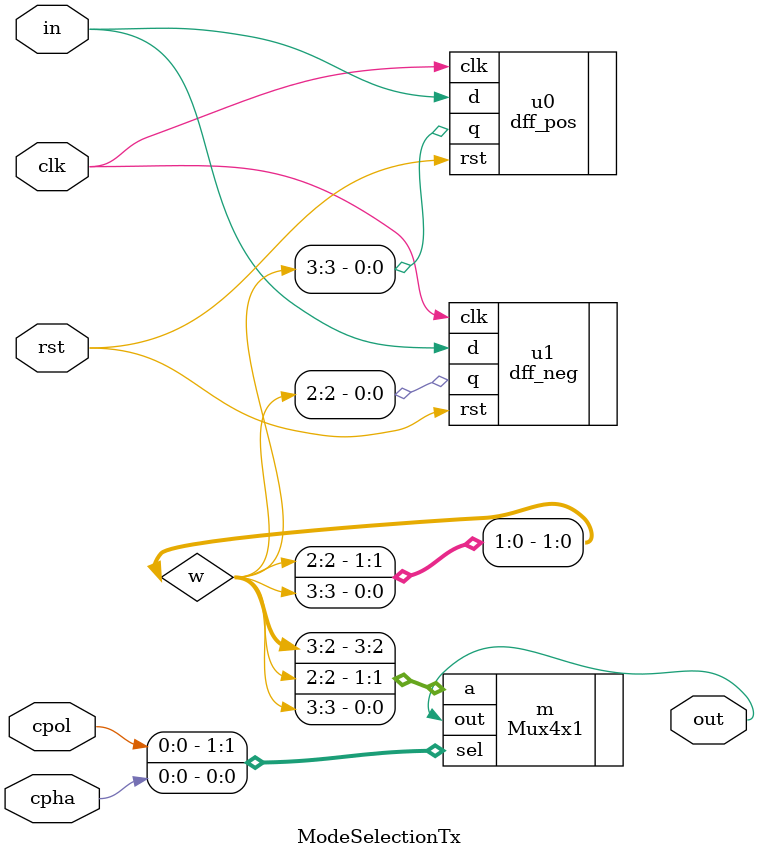
<source format=v>
module ModeSelectionTx(in,clk,rst,cpol,cpha,out);
	input in,clk,rst,cpol,cpha;
	output out;
	
	wire [3:0]w;

//Mode 0
dff_pos u0 (.d(in),.clk(clk),.rst(rst),.q(w[0]));

//Mode 1;
dff_neg u1 (.d(in),.clk(clk),.rst(rst),.q(w[1]));

//mode 2
assign w[2]=w[1];

//Mode 3
assign w[3]=w[0];

//Mux
Mux4x1 m(.a(w),.sel({cpol,cpha}),.out(out));

endmodule

</source>
